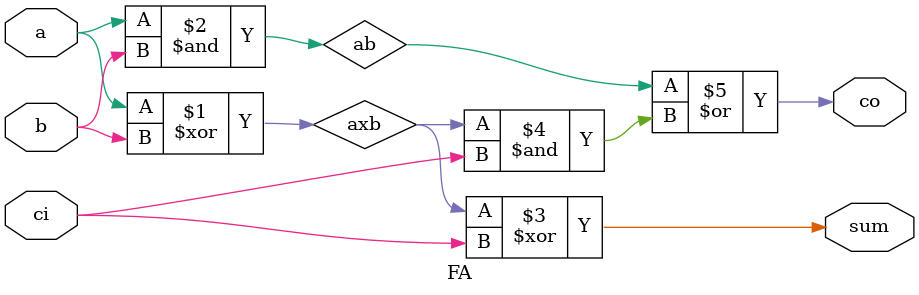
<source format=v>
`timescale 1ns/10ps
module FA(a, b, ci, sum, co);

  input   a, b, ci;
  output  sum, co;
 
  wire   axb, ab;  //middle signals

assign axb = a ^ b;
assign ab = a & b;
assign sum = axb ^ ci;
assign co = ab | (axb & ci);

endmodule

</source>
